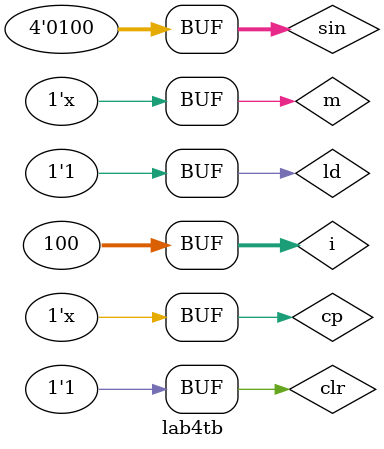
<source format=v>
module lab4tb();
integer i;
reg [3:0] sin;
reg cp,m,ld,clr;
wire [3:0] qout;
wire qcc;
wire [6:0]led;
initial begin
	sin=4'b0100;
	m=1'b1;
	ld=1'b1;
	clr=1'b1;
	cp=1'b0;
	ld=1'b0;
	#80
	ld=1'b1;
	#80
	ld=1'b0;
	#80
	ld=1'b1;
	clr=1'b0;
	#30
	clr=1'b1;	
end	
lab4 test(.sin(sin),.cp(cp),.m(m),.ld(ld),.clr(clr),.qout(qout),.qcc(qcc),.led(led));
always begin
for (i=0; i<100;i=i+1) begin
    #20 cp=~cp;
    if (i==50)
    m=~m;
end	
end

endmodule

</source>
